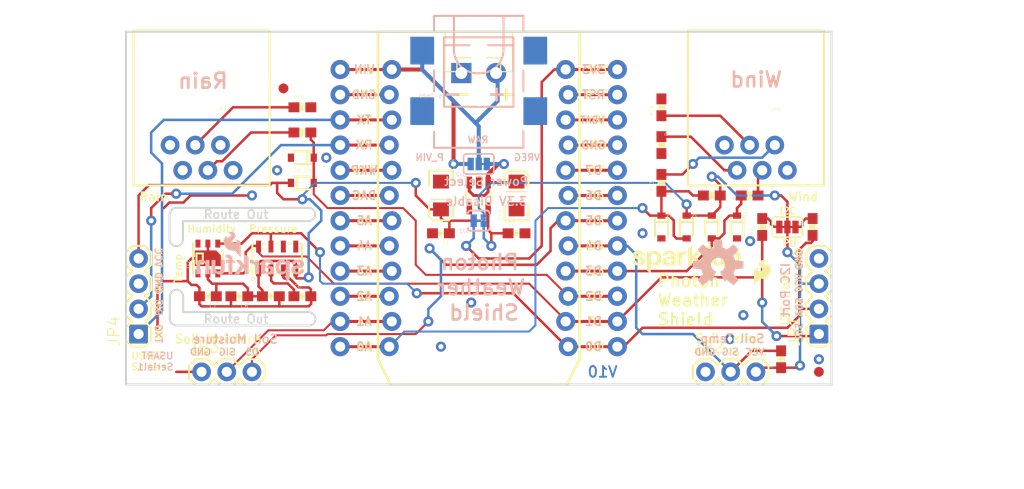
<source format=kicad_pcb>
(kicad_pcb (version 20211014) (generator pcbnew)
  (layers (0 "F.Cu" signal) (31 "B.Cu" signal) (34 "B.Paste" user) (35 "F.Paste" user) (36 "B.SilkS" user "B.Silkscreen") (37 "F.SilkS" user "F.Silkscreen") (38 "B.Mask" user) (39 "F.Mask" user) (44 "Edge.Cuts" user))
  (net 0 "")
  (net 1 "GND")
  (net 2 "RAW")
  (net 3 "3.3V")
  (net 4 "SCL")
  (net 5 "SDA")
  (net 6 "INT-PRESSURE")
  (net 7 "N$5")
  (net 8 "RAIN")
  (net 9 "WSPEED")
  (net 10 "WDIR")
  (net 11 "RAIN2")
  (net 12 "RAIN5")
  (net 13 "N$2")
  (net 14 "N$1")
  (net 15 "N$4")
  (net 16 "N$11")
  (net 17 "N$12")
  (net 18 "N$13")
  (net 19 "SOIL_TEMP")
  (net 20 "SOIL_MOIST")
  (net 21 "N$3")
  (net 22 "N$6")
  (net 23 "PHOTON_VIN")
  (net 24 "VREG")
  (net 25 "N$7")
  (net 26 "SOIL_MOIST_POWER")
  (net 27 "TXO")
  (net 28 "RXI")
  (footprint "boardEagle:SOD-323" (layer "F.Cu") (at 166.9161 106.9086 -90)
    (fp_text reference "D8")
    (fp_text value "250mA/100V")
  )
  (footprint "boardEagle:LGA8" (layer "F.Cu") (at 128.1811 110.0836 90)
    (fp_text reference "U3")
    (fp_text value "MPL3115A2LGA8")
  )
  (footprint "boardEagle:CREATIVE_COMMONS" (layer "F.Cu") (at 120.5611 132.9436)
    (fp_text reference "FRAME1" hide)
    (fp_text value "FRAME-LETTER" hide)
  )
  (footprint "boardEagle:FIDUCIAL-1X2" (layer "F.Cu") (at 128.8161 92.9386)
    (fp_text reference "FID2" hide)
    (fp_text value "FIDUCIAL1X2" hide)
  )
  (footprint "boardEagle:0603-CAP" (layer "F.Cu") (at 144.6911 107.5436 180)
    (fp_text reference "C1")
    (fp_text value "1.0uF")
  )
  (footprint "boardEagle:0603-CAP" (layer "F.Cu") (at 152.3111 107.5436)
    (fp_text reference "C2")
    (fp_text value "0.1uF")
  )
  (footprint "boardEagle:RJ11-6" (layer "F.Cu") (at 120.5611 92.3036 180)
    (fp_text reference "JP7")
    (fp_text value "RJ11")
  )
  (footprint "boardEagle:0603-RES" (layer "F.Cu") (at 166.9161 98.6536 -90)
    (fp_text reference "R15")
    (fp_text value "1K")
  )
  (footprint "boardEagle:SOD-323" (layer "F.Cu") (at 130.7211 99.9236 180)
    (fp_text reference "D6")
    (fp_text value "250mA/100V")
  )
  (footprint "boardEagle:0603-RES" (layer "F.Cu") (at 178.9811 120.2436 90)
    (fp_text reference "R1")
    (fp_text value "4.7K")
  )
  (footprint "boardEagle:1X04" (layer "F.Cu") (at 114.2111 117.7036 90)
    (fp_text reference "JP4")
    (fp_text value "Serial1 Port")
  )
  (footprint "boardEagle:0603-RES" (layer "F.Cu") (at 175.8061 103.7336)
    (fp_text reference "R14")
    (fp_text value "1K")
  )
  (footprint "boardEagle:0603-CAP" (layer "F.Cu") (at 124.3711 113.8936 180)
    (fp_text reference "C8")
    (fp_text value "1.0uF")
  )
  (footprint "boardEagle:SOD-323" (layer "F.Cu") (at 171.9961 106.9086 -90)
    (fp_text reference "D9")
    (fp_text value "250mA/100V")
  )
  (footprint "boardEagle:EIA3216" (layer "F.Cu") (at 152.3111 103.7336 90)
    (fp_text reference "C13")
    (fp_text value "10uF")
  )
  (footprint "boardEagle:SOT23-5" (layer "F.Cu") (at 148.5011 103.7336 180)
    (fp_text reference "U1")
    (fp_text value "3.3V MIC5205")
  )
  (footprint "boardEagle:0603-CAP" (layer "F.Cu") (at 121.1961 113.8936 180)
    (fp_text reference "C7")
    (fp_text value "0.1uF")
  )
  (footprint "boardEagle:0603-RES" (layer "F.Cu") (at 166.9161 94.8436 90)
    (fp_text reference "R16")
    (fp_text value "1K")
  )
  (footprint "boardEagle:1X03" (layer "F.Cu") (at 120.5611 121.5136)
    (fp_text reference "JP3")
    (fp_text value "Soil Moisture")
  )
  (footprint "boardEagle:SOD-323" (layer "F.Cu") (at 174.5361 106.9086 -90)
    (fp_text reference "D10")
    (fp_text value "250mA/100V")
  )
  (footprint "boardEagle:FIDUCIAL-1X2" (layer "F.Cu") (at 182.7911 121.5136)
    (fp_text reference "FID1" hide)
    (fp_text value "FIDUCIAL1X2" hide)
  )
  (footprint "boardEagle:0603-RES" (layer "F.Cu") (at 166.9161 102.4636 90)
    (fp_text reference "R13")
    (fp_text value "1K")
  )
  (footprint "boardEagle:RJ11-6" (layer "F.Cu") (at 176.4411 92.3036 180)
    (fp_text reference "JP8")
    (fp_text value "RJ11")
  )
  (footprint "boardEagle:PAD-JUMPER-3-3OF3_NC_BY_TRACE_YES_SILK_FULL_BOX" (layer "F.Cu") (at 179.6161 106.9086 180)
    (fp_text reference "SJ1")
    (fp_text value "")
  )
  (footprint "boardEagle:SFE_LOGO_NAME_.1" (layer "F.Cu") (at 163.4871 112.1156)
    (fp_text reference "LOGO2" hide)
    (fp_text value "SFE_LOGO_NAME.1_INCH" hide)
  )
  (footprint "boardEagle:0603-CAP" (layer "F.Cu") (at 130.7211 113.8936)
    (fp_text reference "C6")
    (fp_text value "0.1uF")
  )
  (footprint "boardEagle:0603-CAP" (layer "F.Cu") (at 127.5461 113.8936)
    (fp_text reference "C5")
    (fp_text value "0.1uF")
  )
  (footprint "boardEagle:0603-RES" (layer "F.Cu") (at 177.0761 106.9086 90)
    (fp_text reference "R3")
    (fp_text value "10K")
  )
  (footprint "boardEagle:EIA3216" (layer "F.Cu") (at 144.6911 103.7336 -90)
    (fp_text reference "C14")
    (fp_text value "10uF")
  )
  (footprint "boardEagle:SOD-323" (layer "F.Cu") (at 169.4561 106.9086 -90)
    (fp_text reference "D7")
    (fp_text value "250mA/100V")
  )
  (footprint "boardEagle:0603-RES" (layer "F.Cu") (at 171.9961 103.7336 180)
    (fp_text reference "R17")
    (fp_text value "4.7K")
  )
  (footprint "boardEagle:HTU21D" (layer "F.Cu") (at 121.1961 110.0836 90)
    (fp_text reference "U2")
    (fp_text value "HTU21D")
  )
  (footprint "boardEagle:0603-RES" (layer "F.Cu") (at 130.7211 97.3836 180)
    (fp_text reference "R11")
    (fp_text value "1K")
  )
  (footprint "boardEagle:0603-RES" (layer "F.Cu") (at 182.1561 106.9086 90)
    (fp_text reference "R2")
    (fp_text value "10K")
  )
  (footprint "boardEagle:SPARK_PHOTON_TEMPLATE_WIDE_LOCKING" (layer "F.Cu") (at 138.3411 122.7836)
    (fp_text reference "JP9" hide)
    (fp_text value "PHOTON_TEMPLATE_WIDE_LOCKING" hide)
  )
  (footprint "boardEagle:0603-RES" (layer "F.Cu") (at 130.7211 94.8436)
    (fp_text reference "R12")
    (fp_text value "1K")
  )
  (footprint "boardEagle:SOD-323" (layer "F.Cu") (at 130.7211 102.4636)
    (fp_text reference "D5")
    (fp_text value "250mA/100V")
  )
  (footprint "boardEagle:SFE_LOGO_FLAME_.1" (layer "F.Cu") (at 175.9331 113.1316)
    (fp_text reference "U$3" hide)
    (fp_text value "" hide)
  )
  (footprint "boardEagle:1X03" (layer "F.Cu") (at 171.3611 121.5136)
    (fp_text reference "JP2")
    (fp_text value "Soil/Water Temp")
  )
  (footprint "boardEagle:1X04" (layer "F.Cu") (at 182.7911 117.7036 90)
    (fp_text reference "JP1")
    (fp_text value "I2C Port")
  )
  (footprint "boardEagle:OSHW-LOGO-M" (layer "B.Cu") (at 172.6311 110.7186 180)
    (fp_text reference "LOGO1" hide)
    (fp_text value "OSHW-LOGOM" hide)
  )
  (footprint "boardEagle:POWER_JACK_SMD" (layer "B.Cu") (at 148.5011 89.1286 -90)
    (fp_text reference "JP5-DNP0" hide)
    (fp_text value "5.5x2.1mm Barrel" hide)
  )
  (footprint "boardEagle:SCREWTERMINAL-3.5MM-2" (layer "B.Cu") (at 146.7485 91.3892)
    (fp_text reference "JP6-DNP0")
    (fp_text value "")
  )
  (footprint "boardEagle:SFE_LOGO_NAME_FLAME_.1" (layer "B.Cu") (at 131.3561 112.5982 180)
    (fp_text reference "U$1" hide)
    (fp_text value "" hide)
  )
  (footprint "boardEagle:PAD-JUMPER-3-2OF3_NC_BY_TRACE_YES_SILK_FULL_BOX" (layer "B.Cu") (at 148.5011 100.5586)
    (fp_text reference "SJ2")
    (fp_text value "")
  )
  (footprint "boardEagle:PAD-JUMPER-2-NC_BY_TRACE_YES_SILK" (layer "B.Cu") (at 148.5011 106.2736)
    (fp_text reference "SJ3")
    (fp_text value "")
  )
  (gr_line (start 120.6881 110.5916) (end 120.6881 109.5756) (layer "F.SilkS") (width 0.2032))
  (gr_line (start 120.0531 109.5756) (end 120.0531 110.5916) (layer "F.SilkS") (width 0.2032))
  (gr_line (start 120.0531 110.5916) (end 120.6881 110.5916) (layer "F.SilkS") (width 0.2032))
  (gr_line (start 120.6881 109.5756) (end 120.0531 109.5756) (layer "F.SilkS") (width 0.2032))
  (gr_line (start 117.3607 116.1288) (end 117.3607 113.919) (layer "Edge.Cuts") (width 0.2032))
  (gr_line (start 112.9411 122.7836) (end 112.9411 87.2236) (layer "Edge.Cuts") (width 0.2032))
  (gr_line (start 118.6815 108.1786) (end 118.6815 106.3244) (layer "Edge.Cuts") (width 0.2032))
  (gr_line (start 131.4069 116.84) (end 118.0719 116.84) (layer "Edge.Cuts") (width 0.2032))
  (gr_line (start 131.3815 104.9782) (end 118.0465 104.9782) (layer "Edge.Cuts") (width 0.2032))
  (gr_arc (start 132.0165 105.6132) (mid 131.808194 106.116094) (end 131.3053 106.3244) (layer "Edge.Cuts") (width 0.2032))
  (gr_line (start 118.7069 115.4938) (end 131.3307 115.4938) (layer "Edge.Cuts") (width 0.2032))
  (gr_arc (start 118.0719 116.84) (mid 117.569006 116.631694) (end 117.3607 116.1288) (layer "Edge.Cuts") (width 0.2032))
  (gr_arc (start 132.0419 116.205) (mid 131.855913 116.654013) (end 131.4069 116.84) (layer "Edge.Cuts") (width 0.2032))
  (gr_line (start 117.3353 105.6894) (end 117.3353 108.1532) (layer "Edge.Cuts") (width 0.2032))
  (gr_line (start 118.6815 106.3244) (end 131.3053 106.3244) (layer "Edge.Cuts") (width 0.2032))
  (gr_arc (start 118.0465 113.2332) (mid 118.518734 113.439327) (end 118.7069 113.919) (layer "Edge.Cuts") (width 0.2032))
  (gr_arc (start 131.3307 115.4938) (mid 131.833594 115.702106) (end 132.0419 116.205) (layer "Edge.Cuts") (width 0.2032))
  (gr_arc (start 131.3815 104.9782) (mid 131.830513 105.164187) (end 132.0165 105.6132) (layer "Edge.Cuts") (width 0.2032))
  (gr_line (start 184.0611 87.2236) (end 184.0611 122.7836) (layer "Edge.Cuts") (width 0.2032))
  (gr_line (start 112.9411 87.2236) (end 184.0611 87.2236) (layer "Edge.Cuts") (width 0.2032))
  (gr_arc (start 118.0211 108.839) (mid 117.536166 108.638134) (end 117.3353 108.1532) (layer "Edge.Cuts") (width 0.2032))
  (gr_arc (start 117.3353 105.6894) (mid 117.543606 105.186506) (end 118.0465 104.9782) (layer "Edge.Cuts") (width 0.2032))
  (gr_line (start 112.9411 122.7836) (end 184.0611 122.7836) (layer "Edge.Cuts") (width 0.2032))
  (gr_arc (start 117.3607 113.919) (mid 117.561566 113.434066) (end 118.0465 113.2332) (layer "Edge.Cuts") (width 0.2032))
  (gr_arc (start 118.6815 108.1786) (mid 118.488073 108.645573) (end 118.0211 108.839) (layer "Edge.Cuts") (width 0.2032))
  (gr_line (start 118.7069 113.919) (end 118.7069 115.4938) (layer "Edge.Cuts") (width 0.2032))
  (gr_text "V10" (at 162.5981 122.1486) (layer "B.Cu") (effects (font (size 1.0795 1.0795) (thickness 0.1905)) (justify left bottom mirror)))
  (gr_text "SIG" (at 124.0663 119.9134) (layer "B.SilkS") (effects (font (size 0.69088 0.69088) (thickness 0.12192)) (justify left bottom mirror)))
  (gr_text "Weather" (at 153.3271 113.8936) (layer "B.SilkS") (effects (font (size 1.5113 1.5113) (thickness 0.2667)) (justify left bottom mirror)))
  (gr_text "TXO" (at 115.8113 118.7196 -90) (layer "B.SilkS") (effects (font (size 0.69088 0.69088) (thickness 0.12192)) (justify left bottom mirror)))
  (gr_text "RAW" (at 149.5425 98.5266) (layer "B.SilkS") (effects (font (size 0.69088 0.69088) (thickness 0.12192)) (justify left bottom mirror)))
  (gr_text "SIG" (at 174.7647 119.9134) (layer "B.SilkS") (effects (font (size 0.69088 0.69088) (thickness 0.12192)) (justify left bottom mirror)))
  (gr_text "VCC" (at 181.1909 111.506 -270) (layer "B.SilkS") (effects (font (size 0.69088 0.69088) (thickness 0.12192)) (justify left bottom mirror)))
  (gr_text "3.3V Disable" (at 153.4541 104.8258) (layer "B.SilkS") (effects (font (size 0.8636 0.8636) (thickness 0.1524)) (justify left bottom mirror)))
  (gr_text "VREG" (at 154.7495 100.3046) (layer "B.SilkS") (effects (font (size 0.69088 0.69088) (thickness 0.12192)) (justify left bottom mirror)))
  (gr_text "SCL" (at 181.1909 116.4844 -270) (layer "B.SilkS") (effects (font (size 0.69088 0.69088) (thickness 0.12192)) (justify left bottom mirror)))
  (gr_text "Rain" (at 123.3551 93.0656) (layer "B.SilkS") (effects (font (size 1.5113 1.5113) (thickness 0.2667)) (justify left bottom mirror)))
  (gr_text "Soil Moisture" (at 128.3335 118.7196) (layer "B.SilkS") (effects (font (size 0.8636 0.8636) (thickness 0.1524)) (justify left bottom mirror)))
  (gr_text "Soil Temp" (at 177.4063 118.6688) (layer "B.SilkS") (effects (font (size 0.8636 0.8636) (thickness 0.1524)) (justify left bottom mirror)))
  (gr_text "GND" (at 181.1909 109.0676 -270) (layer "B.SilkS") (effects (font (size 0.69088 0.69088) (thickness 0.12192)) (justify left bottom mirror)))
  (gr_text "VCC" (at 115.7859 111.0488 -90) (layer "B.SilkS") (effects (font (size 0.69088 0.69088) (thickness 0.12192)) (justify left bottom mirror)))
  (gr_text "+" (at 151.4221 94.3356) (layer "B.SilkS") (effects (font (size 1.5113 1.5113) (thickness 0.2667)) (justify left bottom mirror)))
  (gr_text "-" (at 146.9771 94.3356) (layer "B.SilkS") (effects (font (size 1.5113 1.5113) (thickness 0.2667)) (justify left bottom mirror)))
  (gr_text "I2C Port" (at 179.9209 110.4392 -270) (layer "B.SilkS") (effects (font (size 0.8636 0.8636) (thickness 0.1524)) (justify left bottom mirror)))
  (gr_text "GND" (at 121.5771 119.9134) (layer "B.SilkS") (effects (font (size 0.69088 0.69088) (thickness 0.12192)) (justify left bottom mirror)))
  (gr_text "USART\nSerial1" (at 117.7925 121.412) (layer "B.SilkS") (effects (font (size 0.69088 0.69088) (thickness 0.12192)) (justify left bottom mirror)))
  (gr_text "GND" (at 172.4279 119.9134) (layer "B.SilkS") (effects (font (size 0.69088 0.69088) (thickness 0.12192)) (justify left bottom mirror)))
  (gr_text "VCC" (at 177.3809 119.9134) (layer "B.SilkS") (effects (font (size 0.69088 0.69088) (thickness 0.12192)) (justify left bottom mirror)))
  (gr_text "GND" (at 115.8113 113.6396 -90) (layer "B.SilkS") (effects (font (size 0.69088 0.69088) (thickness 0.12192)) (justify left bottom mirror)))
  (gr_text "SDA" (at 181.2163 113.9444 -270) (layer "B.SilkS") (effects (font (size 0.69088 0.69088) (thickness 0.12192)) (justify left bottom mirror)))
  (gr_text "Power Select" (at 153.6065 102.8192) (layer "B.SilkS") (effects (font (size 0.8636 0.8636) (thickness 0.1524)) (justify left bottom mirror)))
  (gr_text "Photon" (at 152.6921 111.3536) (layer "B.SilkS") (effects (font (size 1.5113 1.5113) (thickness 0.2667)) (justify left bottom mirror)))
  (gr_text "Shield" (at 152.6921 116.4336) (layer "B.SilkS") (effects (font (size 1.5113 1.5113) (thickness 0.2667)) (justify left bottom mirror)))
  (gr_text "D5" (at 126.4031 119.9134) (layer "B.SilkS") (effects (font (size 0.69088 0.69088) (thickness 0.12192)) (justify left bottom mirror)))
  (gr_text "P_VIN" (at 145.0721 100.3046) (layer "B.SilkS") (effects (font (size 0.69088 0.69088) (thickness 0.12192)) (justify left bottom mirror)))
  (gr_text "Wind" (at 179.2351 92.9386) (layer "B.SilkS") (effects (font (size 1.5113 1.5113) (thickness 0.2667)) (justify left bottom mirror)))
  (gr_text "RXI" (at 115.8113 115.951 -90) (layer "B.SilkS") (effects (font (size 0.69088 0.69088) (thickness 0.12192)) (justify left bottom mirror)))
  (gr_text "SDA" (at 181.1909 116.0272 90) (layer "F.SilkS") (effects (font (size 0.69088 0.69088) (thickness 0.12192)) (justify left bottom)))
  (gr_text "Wind" (at 179.6161 104.3686) (layer "F.SilkS") (effects (font (size 0.8636 0.8636) (thickness 0.1524)) (justify left bottom)))
  (gr_text "VCC" (at 115.7859 108.9914 270) (layer "F.SilkS") (effects (font (size 0.69088 0.69088) (thickness 0.12192)) (justify left bottom)))
  (gr_text "USART\nSerial1" (at 113.4237 121.412) (layer "F.SilkS") (effects (font (size 0.69088 0.69088) (thickness 0.12192)) (justify left bottom)))
  (gr_text "GND" (at 181.1909 111.1504 90) (layer "F.SilkS") (effects (font (size 0.69088 0.69088) (thickness 0.12192)) (justify left bottom)))
  (gr_text "VCC" (at 175.5013 119.9134) (layer "F.SilkS") (effects (font (size 0.69088 0.69088) (thickness 0.12192)) (justify left bottom)))
  (gr_text "SCL" (at 181.1909 118.5672 90) (layer "F.SilkS") (effects (font (size 0.69088 0.69088) (thickness 0.12192)) (justify left bottom)))
  (gr_text "Temp" (at 118.6561 112.6236 90) (layer "F.SilkS") (effects (font (size 0.75565 0.75565) (thickness 0.13335)) (justify left bottom)))
  (gr_text "D5" (at 125.0823 119.9134) (layer "F.SilkS") (effects (font (size 0.69088 0.69088) (thickness 0.12192)) (justify left bottom)))
  (gr_text "PU" (at 179.0573 108.9406) (layer "F.SilkS") (effects (font (size 0.69088 0.69088) (thickness 0.12192)) (justify left bottom)))
  (gr_text "Humidity" (at 119.0371 107.5436) (layer "F.SilkS") (effects (font (size 0.75565 0.75565) (thickness 0.13335)) (justify left bottom)))
  (gr_text "Soil Moisture" (at 117.7925 118.7196) (layer "F.SilkS") (effects (font (size 0.8636 0.8636) (thickness 0.1524)) (justify left bottom)))
  (gr_text "VCC" (at 181.1909 113.5634 90) (layer "F.SilkS") (effects (font (size 0.69088 0.69088) (thickness 0.12192)) (justify left bottom)))
  (gr_text "Pressure" (at 125.2601 107.5436) (layer "F.SilkS") (effects (font (size 0.75565 0.75565) (thickness 0.13335)) (justify left bottom)))
  (gr_text "RXI" (at 115.8113 114.0968 270) (layer "F.SilkS") (effects (font (size 0.69088 0.69088) (thickness 0.12192)) (justify left bottom)))
  (gr_text "Rain" (at 114.2111 104.3686) (layer "F.SilkS") (effects (font (size 0.8636 0.8636) (thickness 0.1524)) (justify left bottom)))
  (gr_text "GND" (at 115.8113 111.5568 270) (layer "F.SilkS") (effects (font (size 0.69088 0.69088) (thickness 0.12192)) (justify left bottom)))
  (gr_text "Photon\nWeather\nShield" (at 166.4081 116.9416) (layer "F.SilkS") (effects (font (size 1.20904 1.20904) (thickness 0.21336)) (justify left bottom)))
  (gr_text "SIG" (at 122.2375 119.9134) (layer "F.SilkS") (effects (font (size 0.69088 0.69088) (thickness 0.12192)) (justify left bottom)))
  (gr_text "TXO" (at 115.8113 116.6368 270) (layer "F.SilkS") (effects (font (size 0.69088 0.69088) (thickness 0.12192)) (justify left bottom)))
  (gr_text "Soil Temp" (at 170.2181 118.6434) (layer "F.SilkS") (effects (font (size 0.8636 0.8636) (thickness 0.1524)) (justify left bottom)))
  (gr_text "I2C Port" (at 179.9209 116.9416 90) (layer "F.SilkS") (effects (font (size 0.8636 0.8636) (thickness 0.1524)) (justify left bottom)))
  (gr_text "-" (at 145.7071 94.3356) (layer "F.SilkS") (effects (font (size 1.5113 1.5113) (thickness 0.2667)) (justify left bottom)))
  (gr_text "GND" (at 170.2943 119.9134) (layer "F.SilkS") (effects (font (size 0.69088 0.69088) (thickness 0.12192)) (justify left bottom)))
  (gr_text "SIG" (at 173.0375 119.9134) (layer "F.SilkS") (effects (font (size 0.69088 0.69088) (thickness 0.12192)) (justify left bottom)))
  (gr_text "+" (at 150.1521 94.3356) (layer "F.SilkS") (effects (font (size 1.5113 1.5113) (thickness 0.2667)) (justify left bottom)))
  (gr_text "I2C" (at 178.7525 105.6894) (layer "F.SilkS") (effects (font (size 0.69088 0.69088) (thickness 0.12192)) (justify left bottom)))
  (gr_text "GND" (at 119.4943 119.9134) (layer "F.SilkS") (effects (font (size 0.69088 0.69088) (thickness 0.12192)) (justify left bottom)))
  (gr_text "Route Out" (at 120.6881 116.6876) (layer "Edge.Cuts") (effects (font (size 0.8636 0.8636) (thickness 0.1524)) (justify left bottom)))
  (gr_text "Route Out" (at 120.6881 106.1466) (layer "Edge.Cuts") (effects (font (size 0.8636 0.8636) (thickness 0.1524)) (justify left bottom)))
  (segment (start 121.1961 110.0836) (end 121.1961 108.5836) (width 0.254) (layer "F.Cu") (net 1))
  (segment (start 120.3461 113.8936) (end 120.3461 114.6946) (width 0.254) (layer "F.Cu") (net 1))
  (segment (start 116.1161 112.8776) (end 116.1161 117.0686) (width 0.254) (layer "F.Cu") (net 1))
  (segment (start 131.3561 114.9096) (end 131.6101 114.6556) (width 0.254) (layer "F.Cu") (net 1))
  (segment (start 128.8061 111.9786) (end 128.9431 112.1156) (width 0.254) (layer "F.Cu") (net 1))
  (segment (start 119.1641 112.3696) (end 119.1641 110.4646) (width 0.254) (layer "F.Cu") (net 1))
  (segment (start 131.6101 113.9326) (end 131.5711 113.8936) (width 0.254) (layer "F.Cu") (net 1))
  (segment (start 131.5711 113.1942) (end 131.5711 113.8936) (width 0.254) (layer "F.Cu") (net 1))
  (segment (start 119.4435 103.7336) (end 118.7323 104.4448) (width 0.254) (layer "F.Cu") (net 1))
  (segment (start 120.5611 114.9096) (end 123.5211 114.9096) (width 0.254) (layer "F.Cu") (net 1))
  (segment (start 128.3961 113.8936) (end 128.3961 114.9096) (width 0.254) (layer "F.Cu") (net 1))
  (segment (start 120.3461 113.8936) (end 120.3461 113.0436) (width 0.254) (layer "F.Cu") (net 1))
  (segment (start 118.7323 104.4448) (end 117.3099 104.4448) (width 0.254) (layer "F.Cu") (net 1))
  (segment (start 120.3461 113.0436) (end 120.0531 112.7506) (width 0.254) (layer "F.Cu") (net 1))
  (segment (start 131.6101 114.6556) (end 131.6101 113.9326) (width 0.254) (layer "F.Cu") (net 1))
  (segment (start 123.5211 113.8936) (end 123.5211 114.9096) (width 0.254) (layer "F.Cu") (net 1))
  (segment (start 117.3099 104.4448) (end 116.7511 105.0036) (width 0.254) (layer "F.Cu") (net 1))
  (segment (start 119.1641 112.3696) (end 116.6241 112.3696) (width 0.254) (layer "F.Cu") (net 1))
  (segment (start 130.3401 113.0046) (end 129.4511 112.1156) (width 0.254) (layer "F.Cu") (net 1))
  (segment (start 131.5711 113.1942) (end 131.3815 113.0046) (width 0.254) (layer "F.Cu") (net 1))
  (segment (start 120.5611 121.5136) (end 118.0211 121.5136) (width 0.254) (layer "F.Cu") (net 1))
  (segment (start 125.6411 103.7336) (end 119.4435 103.7336) (width 0.254) (layer "F.Cu") (net 1))
  (segment (start 123.5211 114.9096) (end 128.3961 114.9096) (width 0.254) (layer "F.Cu") (net 1))
  (segment (start 119.5451 112.7506) (end 119.1641 112.3696) (width 0.254) (layer "F.Cu") (net 1))
  (segment (start 119.5451 110.0836) (end 121.1961 110.0836) (width 0.254) (layer "F.Cu") (net 1))
  (segment (start 120.0531 112.7506) (end 119.5451 112.7506) (width 0.254) (layer "F.Cu") (net 1))
  (segment (start 128.9431 112.1156) (end 129.4511 112.1156) (width 0.254) (layer "F.Cu") (net 1))
  (segment (start 131.3815 113.0046) (end 130.3401 113.0046) (width 0.254) (layer "F.Cu") (net 1))
  (segment (start 116.6241 112.3696) (end 116.1161 112.8776) (width 0.254) (layer "F.Cu") (net 1))
  (segment (start 128.8061 111.2836) (end 128.8061 111.9786) (width 0.254) (layer "F.Cu") (net 1))
  (segment (start 119.1641 110.4646) (end 119.5451 110.0836) (width 0.254) (layer "F.Cu") (net 1))
  (segment (start 128.3961 114.9096) (end 131.3561 114.9096) (width 0.254) (layer "F.Cu") (net 1))
  (segment (start 120.3461 114.6946) (end 120.5611 114.9096) (width 0.254) (layer "F.Cu") (net 1))
  (via (at 133.1341 99.9236) (size 1.016) (drill 0.508) (layers "F.Cu" "B.Cu") (net 1))
  (via (at 144.6911 118.9736) (size 1.016) (drill 0.508) (layers "F.Cu" "B.Cu") (net 1))
  (via (at 165.0111 107.5436) (size 1.016) (drill 0.508) (layers "F.Cu" "B.Cu") (net 1))
  (via (at 147.7391 114.5286) (size 1.016) (drill 0.508) (layers "F.Cu" "B.Cu") (net 1))
  (via (at 125.6411 103.7336) (size 1.016) (drill 0.508) (layers "F.Cu" "B.Cu") (net 1))
  (via (at 128.1811 101.1936) (size 1.016) (drill 0.508) (layers "F.Cu" "B.Cu") (net 1))
  (via (at 173.8249 118.2116) (size 1.016) (drill 0.508) (layers "F.Cu" "B.Cu") (net 1))
  (via (at 175.1711 115.7986) (size 1.016) (drill 0.508) (layers "F.Cu" "B.Cu") (net 1))
  (via (at 175.8569 108.331) (size 1.016) (drill 0.508) (layers "F.Cu" "B.Cu") (net 1))
  (via (at 182.7911 120.2436) (size 1.016) (drill 0.508) (layers "F.Cu" "B.Cu") (net 1))
  (segment (start 148.5011 96.7486) (end 148.5011 100.5586) (width 0.4064) (layer "B.Cu") (net 2))
  (segment (start 150.4061 94.2086) (end 150.4061 91.5468) (width 0.4064) (layer "B.Cu") (net 2))
  (segment (start 142.8011 91.0186) (end 142.7861 91.0336) (width 0.4064) (layer "B.Cu") (net 2))
  (segment (start 142.7861 91.0336) (end 148.1836 96.4311) (width 0.4064) (layer "B.Cu") (net 2))
  (segment (start 150.4061 94.2086) (end 148.1836 96.4311) (width 0.4064) (layer "B.Cu") (net 2))
  (segment (start 142.8011 89.1286) (end 142.8011 91.0186) (width 0.4064) (layer "B.Cu") (net 2))
  (segment (start 150.4061 91.5468) (end 150.2485 91.3892) (width 0.4064) (layer "B.Cu") (net 2))
  (segment (start 148.1836 96.4311) (end 148.5011 96.7486) (width 0.4064) (layer "B.Cu") (net 2))
  (segment (start 126.6961 113.8936) (end 126.6961 113.2976) (width 0.254) (layer "F.Cu") (net 3))
  (segment (start 179.6161 104.3686) (end 178.9811 103.7336) (width 0.254) (layer "F.Cu") (net 3))
  (segment (start 121.6279 112.6236) (end 122.0461 112.6236) (width 0.254) (layer "F.Cu") (net 3))
  (segment (start 149.7711 107.5436) (end 151.4611 107.5436) (width 0.254) (layer "F.Cu") (net 3))
  (segment (start 130.0561 111.2836) (end 130.0561 111.984) (width 0.254) (layer "F.Cu") (net 3))
  (segment (start 143.5511 105.1336) (end 144.6911 105.1336) (width 0.254) (layer "F.Cu") (net 3))
  (segment (start 171.9961 101.8286) (end 172.8461 102.6786) (width 0.254) (layer "F.Cu") (net 3))
  (segment (start 172.8461 102.6786) (end 172.8461 103.7336) (width 0.254) (layer "F.Cu") (net 3))
  (segment (start 121.6279 112.6236) (end 121.1961 112.1918) (width 0.254) (layer "F.Cu") (net 3))
  (segment (start 126.2761 111.2536) (end 126.3061 111.2836) (width 0.254) (layer "F.Cu") (net 3))
  (segment (start 178.9811 103.7336) (end 178.3461 103.7336) (width 0.254) (layer "F.Cu") (net 3))
  (segment (start 142.1511 103.7336) (end 143.5511 105.1336) (width 0.254) (layer "F.Cu") (net 3))
  (segment (start 176.8611 121.0936) (end 176.4411 121.5136) (width 0.254) (layer "F.Cu") (net 3))
  (segment (start 115.2525 102.6922) (end 114.2111 103.7336) (width 0.254) (layer "F.Cu") (net 3))
  (segment (start 179.6161 106.9086) (end 179.6161 104.3686) (width 0.254) (layer "F.Cu") (net 3))
  (segment (start 125.2211 113.8936) (end 126.6961 113.8936) (width 0.254) (layer "F.Cu") (net 3))
  (segment (start 122.0461 112.6236) (end 122.0461 113.8936) (width 0.254) (layer "F.Cu") (net 3))
  (segment (start 145.5411 106.2736) (end 145.5411 107.5436) (width 0.254) (layer "F.Cu") (net 3))
  (segment (start 171.9961 105.7586) (end 169.4561 105.7586) (width 0.254) (layer "F.Cu") (net 3))
  (segment (start 149.4511 107.2236) (end 149.7711 107.5436) (width 0.254) (layer "F.Cu") (net 3))
  (segment (start 121.1961 111.5836) (end 121.1961 112.1918) (width 0.254) (layer "F.Cu") (net 3))
  (segment (start 179.6161 109.4486) (end 179.6161 106.9086) (width 0.254) (layer "F.Cu") (net 3))
  (segment (start 149.4511 105.0337) (end 149.4511 106.2736) (width 0.254) (layer "F.Cu") (net 3))
  (segment (start 128.1811 102.4636) (end 127.6731 102.4636) (width 0.254) (layer "F.Cu") (net 3))
  (segment (start 127.4445 102.6922) (end 115.2525 102.6922) (width 0.254) (layer "F.Cu") (net 3))
  (segment (start 149.4511 106.2736) (end 149.4511 107.2236) (width 0.254) (layer "F.Cu") (net 3))
  (segment (start 126.6961 113.2976) (end 126.3061 112.9076) (width 0.254) (layer "F.Cu") (net 3))
  (segment (start 169.4561 105.7586) (end 169.4561 104.6226) (width 0.254) (layer "F.Cu") (net 3))
  (segment (start 126.5301 110.3376) (end 126.2761 110.5916) (width 0.254) (layer "F.Cu") (net 3))
  (segment (start 126.3061 111.2836) (end 126.3061 112.9076) (width 0.254) (layer "F.Cu") (net 3))
  (segment (start 128.1811 103.4796) (end 128.8161 104.1146) (width 0.254) (layer "F.Cu") (net 3))
  (segment (start 122.0461 113.8936) (end 122.0461 113.6006) (width 0.254) (layer "F.Cu") (net 3))
  (segment (start 144.6911 106.0196) (end 144.9451 106.2736) (width 0.254) (layer "F.Cu") (net 3))
  (segment (start 142.1511 102.4636) (end 142.1511 103.7336) (width 0.254) (layer "F.Cu") (net 3))
  (segment (start 149.7711 108.8136) (end 149.7711 107.5436) (width 0.254) (layer "F.Cu") (net 3))
  (segment (start 130.0561 111.984) (end 130.1623 112.0902) (width 0.254) (layer "F.Cu") (net 3))
  (segment (start 151.4611 107.5436) (end 151.4983 107.5808) (width 0.254) (layer "F.Cu") (net 3))
  (segment (start 130.0561 110.5616) (end 129.8321 110.3376) (width 0.254) (layer "F.Cu") (net 3))
  (segment (start 125.2211 113.0926) (end 125.2211 113.8936) (width 0.254) (layer "F.Cu") (net 3))
  (segment (start 129.5711 102.4636) (end 128.1811 102.4636) (width 0.254) (layer "F.Cu") (net 3))
  (segment (start 130.0561 111.2836) (end 130.0561 110.5616) (width 0.254) (layer "F.Cu") (net 3))
  (segment (start 172.8461 103.7336) (end 172.8461 104.9086) (width 0.254) (layer "F.Cu") (net 3))
  (segment (start 122.0461 112.6236) (end 124.7521 112.6236) (width 0.254) (layer "F.Cu") (net 3))
  (segment (start 114.2111 110.0836) (end 114.2111 103.7336) (width 0.254) (layer "F.Cu") (net 3))
  (segment (start 144.9451 106.2736) (end 145.5411 106.2736) (width 0.254) (layer "F.Cu") (net 3))
  (segment (start 172.8461 104.9086) (end 171.9961 105.7586) (width 0.254) (layer "F.Cu") (net 3))
  (segment (start 124.7521 112.6236) (end 125.2211 113.0926) (width 0.254) (layer "F.Cu") (net 3))
  (segment (start 126.5301 110.3376) (end 129.8321 110.3376) (width 0.254) (layer "F.Cu") (net 3))
  (segment (start 122.0461 113.8936) (end 122.0461 113.0436) (width 0.254) (layer "F.Cu") (net 3))
  (segment (start 149.4511 106.2736) (end 145.5411 106.2736) (width 0.254) (layer "F.Cu") (net 3))
  (segment (start 178.9811 121.0936) (end 180.6711 121.0936) (width 0.254) (layer "F.Cu") (net 3))
  (segment (start 128.1811 102.4636) (end 128.1811 103.4796) (width 0.254) (layer "F.Cu") (net 3))
  (segment (start 128.8161 104.1146) (end 130.7211 104.1146) (width 0.254) (layer "F.Cu") (net 3))
  (segment (start 126.2761 110.5916) (end 126.2761 111.2536) (width 0.254) (layer "F.Cu") (net 3))
  (segment (start 127.6731 102.4636) (end 127.4445 102.6922) (width 0.254) (layer "F.Cu") (net 3))
  (segment (start 144.6911 105.1336) (end 144.6911 106.0196) (width 0.254) (layer "F.Cu") (net 3))
  (segment (start 180.6711 121.0936) (end 180.8861 120.8786) (width 0.254) (layer "F.Cu") (net 3))
  (segment (start 130.0861 111.3136) (end 130.0561 111.2836) (width 0.254) (layer "F.Cu") (net 3))
  (segment (start 178.9811 121.0936) (end 176.8611 121.0936) (width 0.254) (layer "F.Cu") (net 3))
  (segment (start 131.2545 112.0902) (end 131.3561 111.9886) (width 0.254) (layer "F.Cu") (net 3))
  (segment (start 130.1623 112.0902) (end 131.2545 112.0902) (width 0.254) (layer "F.Cu") (net 3))
  (via (at 149.7711 108.8136) (size 1.016) (drill 0.508) (layers "F.Cu" "B.Cu") (net 3))
  (via (at 171.9961 101.8286) (size 1.016) (drill 0.508) (layers "F.Cu" "B.Cu") (net 3))
  (via (at 179.6161 109.4486) (size 1.016) (drill 0.508) (layers "F.Cu" "B.Cu") (net 3))
  (via (at 130.7211 104.1146) (size 1.016) (drill 0.508) (layers "F.Cu" "B.Cu") (net 3))
  (via (at 142.1511 102.4636) (size 1.016) (drill 0.508) (layers "F.Cu" "B.Cu") (net 3))
  (via (at 178.3461 103.7336) (size 1.016) (drill 0.508) (layers "F.Cu" "B.Cu") (net 3))
  (via (at 180.8861 120.8786) (size 1.016) (drill 0.508) (layers "F.Cu" "B.Cu") (net 3))
  (via (at 131.3561 111.9886) (size 1.016) (drill 0.508) (layers "F.Cu" "B.Cu") (net 3))
  (via (at 169.4561 104.6226) (size 1.016) (drill 0.508) (layers "F.Cu" "B.Cu") (net 3))
  (segment (start 167.2971 102.4636) (end 149.7711 102.4636) (width 0.2032) (layer "B.Cu") (net 3))
  (segment (start 174.5361 103.7336) (end 172.6311 101.8286) (width 0.254) (layer "B.Cu") (net 3))
  (segment (start 149.0091 106.2736) (end 149.0091 108.0516) (width 0.254) (layer "B.Cu") (net 3))
  (segment (start 132.6261 106.2736) (end 131.3561 107.5436) (width 0.254) (layer "B.Cu") (net 3))
  (segment (start 149.0091 106.2736) (end 149.0091 105.5116) (width 0.2032) (layer "B.Cu") (net 3))
  (segment (start 149.7711 102.4636) (end 148.5011 103.7336) (width 0.2032) (layer "B.Cu") (net 3))
  (segment (start 172.6311 101.8286) (end 171.9961 101.8286) (width 0.254) (layer "B.Cu") (net 3))
  (segment (start 182.7911 112.6236) (end 180.8861 112.6236) (width 0.254) (layer "B.Cu") (net 3))
  (segment (start 180.8861 120.8786) (end 180.8861 112.6236) (width 0.254) (layer "B.Cu") (net 3))
  (segment (start 149.0091 105.5116) (end 148.5011 105.0036) (width 0.2032) (layer "B.Cu") (net 3))
  (segment (start 169.4561 104.6226) (end 167.2971 102.4636) (width 0.2032) (layer "B.Cu") (net 3))
  (segment (start 131.4831 104.1146) (end 130.7211 104.1146) (width 0.254) (layer "B.Cu") (net 3))
  (segment (start 132.6261 105.2576) (end 131.4831 104.1146) (width 0.254) (layer "B.Cu") (net 3))
  (segment (start 131.3561 107.5436) (end 131.3561 111.9886) (width 0.254) (layer "B.Cu") (net 3))
  (segment (start 131.9911 102.4636) (end 130.7211 103.7336) (width 0.2032) (layer "B.Cu") (net 3))
  (segment (start 132.6261 105.2576) (end 132.6261 106.2736) (width 0.254) (layer "B.Cu") (net 3))
  (segment (start 131.9911 102.4636) (end 142.1511 102.4636) (width 0.2032) (layer "B.Cu") (net 3))
  (segment (start 130.7211 103.7336) (end 130.7211 104.1146) (width 0.2032) (layer "B.Cu") (net 3))
  (segment (start 180.8861 112.6236) (end 180.8861 110.7186) (width 0.254) (layer "B.Cu") (net 3))
  (segment (start 149.0091 108.0516) (end 149.7711 108.8136) (width 0.254) (layer "B.Cu") (net 3))
  (segment (start 178.3461 103.7336) (end 174.5361 103.7336) (width 0.254) (layer "B.Cu") (net 3))
  (segment (start 180.8861 110.7186) (end 179.6161 109.4486) (width 0.254) (layer "B.Cu") (net 3))
  (segment (start 148.5011 103.7336) (end 148.5011 105.0036) (width 0.2032) (layer "B.Cu") (net 3))
  (segment (start 126.7079 109.8804) (end 131.1529 109.8804) (width 0.2032) (layer "F.Cu") (net 4))
  (segment (start 182.7911 117.7036) (end 182.5879 117.9068) (width 0.254) (layer "F.Cu") (net 4))
  (segment (start 125.0061 109.4486) (end 125.6411 108.8136) (width 0.254) (layer "F.Cu") (net 4))
  (segment (start 177.0761 114.5286) (end 177.0761 111.9886) (width 0.254) (layer "F.Cu") (net 4))
  (segment (start 126.3061 108.8836) (end 126.3061 109.4786) (width 0.254) (layer "F.Cu") (net 4))
  (segment (start 157.2641 116.4336) (end 157.3911 116.4336) (width 0.2032) (layer "F.Cu") (net 4))
  (segment (start 157.3911 116.4336) (end 153.5811 112.6236) (width 0.2032) (layer "F.Cu") (net 4))
  (segment (start 126.3061 109.4786) (end 126.7079 109.8804) (width 0.2032) (layer "F.Cu") (net 4))
  (segment (start 177.0761 111.9886) (end 166.9161 111.9886) (width 0.254) (layer "F.Cu") (net 4))
  (segment (start 125.0061 111.3536) (end 125.0061 109.4486) (width 0.254) (layer "F.Cu") (net 4))
  (segment (start 125.6411 108.8136) (end 126.2361 108.8136) (width 0.254) (layer "F.Cu") (net 4))
  (segment (start 177.0761 111.9886) (end 177.0761 107.7586) (width 0.254) (layer "F.Cu") (net 4))
  (segment (start 133.8961 112.6236) (end 153.5811 112.6236) (width 0.2032) (layer "F.Cu") (net 4))
  (segment (start 166.9161 111.9886) (end 162.4711 116.4336) (width 0.254) (layer "F.Cu") (net 4))
  (segment (start 126.2361 108.8136) (end 126.3061 108.8836) (width 0.254) (layer "F.Cu") (net 4))
  (segment (start 124.7761 111.5836) (end 125.0061 111.3536) (width 0.254) (layer "F.Cu") (net 4))
  (segment (start 182.5879 117.9068) (end 178.5239 117.9068) (width 0.254) (layer "F.Cu") (net 4))
  (segment (start 122.1961 111.5836) (end 124.7761 111.5836) (width 0.254) (layer "F.Cu") (net 4))
  (segment (start 131.1529 109.8804) (end 133.8961 112.6236) (width 0.2032) (layer "F.Cu") (net 4))
  (via (at 177.0761 114.5286) (size 1.016) (drill 0.508) (layers "F.Cu" "B.Cu") (net 4))
  (via (at 178.5239 117.9068) (size 1.016) (drill 0.508) (layers "F.Cu" "B.Cu") (net 4))
  (segment (start 178.5239 117.9068) (end 177.0761 116.459) (width 0.254) (layer "B.Cu") (net 4))
  (segment (start 177.0761 114.5286) (end 177.0761 116.459) (width 0.254) (layer "B.Cu") (net 4))
  (segment (start 124.6011 108.5836) (end 125.6411 107.5436) (width 0.254) (layer "F.Cu") (net 5))
  (segment (start 163.1061 118.9736) (end 162.4711 118.9736) (width 0.254) (layer "F.Cu") (net 5))
  (segment (start 122.1961 108.5836) (end 124.6011 108.5836) (width 0.254) (layer "F.Cu") (net 5))
  (segment (start 180.8099 115.1636) (end 180.8099 115.8748) (width 0.254) (layer "F.Cu") (net 5))
  (segment (start 132.4991 109.4486) (end 130.5941 107.5436) (width 0.254) (layer "F.Cu") (net 5))
  (segment (start 181.4957 108.5088) (end 180.8099 109.1946) (width 0.254) (layer "F.Cu") (net 5))
  (segment (start 127.5461 108.8736) (end 127.5561 108.8836) (width 0.254) (layer "F.Cu") (net 5))
  (segment (start 182.0037 108.5088) (end 181.4957 108.5088) (width 0.254) (layer "F.Cu") (net 5))
  (segment (start 182.1561 108.3564) (end 182.0037 108.5088) (width 0.254) (layer "F.Cu") (net 5))
  (segment (start 127.5461 107.5436) (end 125.6411 107.5436) (width 0.254) (layer "F.Cu") (net 5))
  (segment (start 157.3911 118.9736) (end 157.5181 118.9736) (width 0.254) (layer "F.Cu") (net 5))
  (segment (start 157.3911 118.9736) (end 157.3657 118.9736) (width 0.254) (layer "F.Cu") (net 5))
  (segment (start 127.5461 108.8736) (end 127.5461 107.5436) (width 0.254) (layer "F.Cu") (net 5))
  (segment (start 151.9809 113.5888) (end 142.2527 113.5888) (width 0.254) (layer "F.Cu") (net 5))
  (segment (start 130.5941 107.5436) (end 127.5461 107.5436) (width 0.254) (layer "F.Cu") (net 5))
  (segment (start 165.0111 117.0686) (end 179.6161 117.0686) (width 0.254) (layer "F.Cu") (net 5))
  (segment (start 151.9809 113.5888) (end 157.3657 118.9736) (width 0.254) (layer "F.Cu") (net 5))
  (segment (start 163.1061 118.9736) (end 165.0111 117.0686) (width 0.254) (layer "F.Cu") (net 5))
  (segment (start 182.7911 115.1636) (end 180.8099 115.1636) (width 0.254) (layer "F.Cu") (net 5))
  (segment (start 182.1561 107.7586) (end 182.1561 108.3564) (width 0.254) (layer "F.Cu") (net 5))
  (segment (start 180.8099 115.8748) (end 179.6161 117.0686) (width 0.254) (layer "F.Cu") (net 5))
  (segment (start 180.8099 109.1946) (end 180.8099 115.1636) (width 0.254) (layer "F.Cu") (net 5))
  (via (at 142.2527 113.5888) (size 1.016) (drill 0.508) (layers "F.Cu" "B.Cu") (net 5))
  (via (at 132.4991 109.4486) (size 1.016) (drill 0.508) (layers "F.Cu" "B.Cu") (net 5))
  (segment (start 142.2527 113.5888) (end 141.2875 112.6236) (width 0.2032) (layer "B.Cu") (net 5))
  (segment (start 141.2875 112.6236) (end 132.7811 112.6236) (width 0.2032) (layer "B.Cu") (net 5))
  (segment (start 132.7811 112.6236) (end 132.4991 112.3416) (width 0.2032) (layer "B.Cu") (net 5))
  (segment (start 132.4991 112.3416) (end 132.4991 109.4486) (width 0.2032) (layer "B.Cu") (net 5))
  (segment (start 129.8711 113.2214) (end 129.8711 113.8936) (width 0.254) (layer "F.Cu") (net 7))
  (segment (start 127.8509 112.5982) (end 129.2479 112.5982) (width 0.254) (layer "F.Cu") (net 7))
  (segment (start 127.5715 112.3188) (end 127.8509 112.5982) (width 0.254) (layer "F.Cu") (net 7))
  (segment (start 127.5715 111.319) (end 127.5715 112.3188) (width 0.254) (layer "F.Cu") (net 7))
  (segment (start 129.8711 113.8936) (end 129.8711 113.4246) (width 0.254) (layer "F.Cu") (net 7))
  (segment (start 129.2479 112.5982) (end 129.8711 113.2214) (width 0.254) (layer "F.Cu") (net 7))
  (segment (start 127.5461 111.2936) (end 127.5715 111.319) (width 0.254) (layer "F.Cu") (net 7))
  (segment (start 127.5461 111.2936) (end 127.5561 111.2836) (width 0.254) (layer "F.Cu") (net 7))
  (segment (start 157.5181 113.8936) (end 157.3911 113.8936) (width 0.2032) (layer "F.Cu") (net 8))
  (segment (start 140.8811 105.0036) (end 133.2611 105.0036) (width 0.2032) (layer "F.Cu") (net 8))
  (segment (start 131.5711 98.1066) (end 131.5711 97.3836) (width 0.254) (layer "F.Cu") (net 8))
  (segment (start 131.8641 99.9166) (end 131.8641 98.3996) (width 0.254) (layer "F.Cu") (net 8))
  (segment (start 142.1511 106.2736) (end 142.1511 110.7186) (width 0.2032) (layer "F.Cu") (net 8))
  (segment (start 140.8811 105.0036) (end 142.1511 106.2736) (width 0.2032) (layer "F.Cu") (net 8))
  (segment (start 131.8711 103.6136) (end 131.8711 102.4636) (width 0.2032) (layer "F.Cu") (net 8))
  (segment (start 143.1671 111.7346) (end 142.1511 110.7186) (width 0.2032) (layer "F.Cu") (net 8))
  (segment (start 155.3591 111.7346) (end 157.5181 113.8936) (width 0.2032) (layer "F.Cu") (net 8))
  (segment (start 131.8711 102.4636) (end 131.8711 99.9236) (width 0.254) (layer "F.Cu") (net 8))
  (segment (start 155.3591 111.7346) (end 143.1671 111.7346) (width 0.2032) (layer "F.Cu") (net 8))
  (segment (start 131.8641 98.3996) (end 131.5711 98.1066) (width 0.254) (layer "F.Cu") (net 8))
  (segment (start 131.8711 99.9236) (end 131.8641 99.9166) (width 0.254) (layer "F.Cu") (net 8))
  (segment (start 133.2611 105.0036) (end 131.8711 103.6136) (width 0.2032) (layer "F.Cu") (net 8))
  (segment (start 173.7811 105.7586) (end 173.2661 106.2736) (width 0.254) (layer "F.Cu") (net 9))
  (segment (start 169.4561 111.3536) (end 171.9961 108.8136) (width 0.254) (layer "F.Cu") (net 9))
  (segment (start 173.2661 106.2736) (end 173.2661 107.5436) (width 0.254) (layer "F.Cu") (net 9))
  (segment (start 157.3911 111.3536) (end 157.2641 111.3536) (width 0.2032) (layer "F.Cu") (net 9))
  (segment (start 174.9561 104.5836) (end 174.5361 105.0036) (width 0.254) (layer "F.Cu") (net 9))
  (segment (start 171.9961 108.0586) (end 172.7511 108.0586) (width 0.254) (layer "F.Cu") (net 9))
  (segment (start 172.7511 108.0586) (end 173.2661 107.5436) (width 0.254) (layer "F.Cu") (net 9))
  (segment (start 174.9561 103.7336) (end 174.9561 104.5836) (width 0.254) (layer "F.Cu") (net 9))
  (segment (start 171.9961 108.8136) (end 171.9961 108.0586) (width 0.254) (layer "F.Cu") (net 9))
  (segment (start 174.5361 105.7586) (end 173.7811 105.7586) (width 0.254) (layer "F.Cu") (net 9))
  (segment (start 169.4561 111.3536) (end 162.4711 111.3536) (width 0.254) (layer "F.Cu") (net 9))
  (segment (start 174.5361 105.0036) (end 174.5361 105.7586) (width 0.254) (layer "F.Cu") (net 9))
  (segment (start 169.4377 108.077) (end 169.4561 108.0586) (width 0.254) (layer "F.Cu") (net 10))
  (segment (start 167.6711 105.7586) (end 168.1607 106.2482) (width 0.254) (layer "F.Cu") (net 10))
  (segment (start 168.4401 108.077) (end 169.4377 108.077) (width 0.254) (layer "F.Cu") (net 10))
  (segment (start 166.9161 103.3136) (end 169.6711 103.3136) (width 0.254) (layer "F.Cu") (net 10))
  (segment (start 166.9161 105.7586) (end 166.9161 105.7656) (width 0.254) (layer "F.Cu") (net 10))
  (segment (start 168.1607 107.7976) (end 168.4401 108.077) (width 0.254) (layer "F.Cu") (net 10))
  (segment (start 165.7661 105.7586) (end 165.0111 105.0036) (width 0.254) (layer "F.Cu") (net 10))
  (segment (start 170.0911 103.7336) (end 171.1461 103.7336) (width 0.254) (layer "F.Cu") (net 10))
  (segment (start 168.1607 106.2482) (end 168.1607 107.7976) (width 0.254) (layer "F.Cu") (net 10))
  (segment (start 167.6711 105.7586) (end 166.9161 105.7586) (width 0.254) (layer "F.Cu") (net 10))
  (segment (start 139.4841 118.9736) (end 139.6111 118.9736) (width 0.2032) (layer "F.Cu") (net 10))
  (segment (start 166.9161 105.7586) (end 165.7661 105.7586) (width 0.254) (layer "F.Cu") (net 10))
  (segment (start 169.6711 103.3136) (end 170.0911 103.7336) (width 0.254) (layer "F.Cu") (net 10))
  (segment (start 166.9161 105.7586) (end 166.9161 103.3136) (width 0.254) (layer "F.Cu") (net 10))
  (via (at 165.0111 105.0036) (size 1.016) (drill 0.508) (layers "F.Cu" "B.Cu") (net 10))
  (segment (start 155.4861 105.0036) (end 154.2161 106.2736) (width 0.2032) (layer "B.Cu") (net 10))
  (segment (start 154.2161 106.2736) (end 154.2161 116.8146) (width 0.2032) (layer "B.Cu") (net 10))
  (segment (start 153.5811 117.4496) (end 141.0081 117.4496) (width 0.2032) (layer "B.Cu") (net 10))
  (segment (start 141.0081 117.4496) (end 139.4841 118.9736) (width 0.2032) (layer "B.Cu") (net 10))
  (segment (start 153.5811 117.4496) (end 154.2161 116.8146) (width 0.2032) (layer "B.Cu") (net 10))
  (segment (start 165.0111 105.0036) (end 155.4861 105.0036) (width 0.2032) (layer "B.Cu") (net 10))
  (segment (start 166.9161 101.6136) (end 169.0361 101.6136) (width 0.254) (layer "F.Cu") (net 13))
  (segment (start 169.0361 101.6136) (end 170.0911 100.5586) (width 0.254) (layer "F.Cu") (net 13))
  (via (at 170.0911 100.5586) (size 1.016) (drill 0.508) (layers "F.Cu" "B.Cu") (net 13))
  (segment (start 177.0761 99.9236) (end 170.7261 99.9236) (width 0.254) (layer "B.Cu") (net 13))
  (segment (start 170.7261 99.9236) (end 170.0911 100.5586) (width 0.254) (layer "B.Cu") (net 13))
  (segment (start 178.3461 98.6536) (end 177.0761 99.9236) (width 0.254) (layer "B.Cu") (net 13))
  (segment (start 176.6561 103.7336) (end 176.6561 101.6136) (width 0.254) (layer "F.Cu") (net 14))
  (segment (start 176.6561 101.6136) (end 177.0761 101.1936) (width 0.254) (layer "F.Cu") (net 14))
  (segment (start 122.6411 100.2836) (end 122.1061 100.2836) (width 0.254) (layer "F.Cu") (net 15))
  (segment (start 125.5411 97.3836) (end 122.6411 100.2836) (width 0.254) (layer "F.Cu") (net 15))
  (segment (start 129.8711 97.3836) (end 125.5411 97.3836) (width 0.254) (layer "F.Cu") (net 15))
  (segment (start 122.1061 100.2836) (end 121.1961 101.1936) (width 0.254) (layer "F.Cu") (net 15))
  (segment (start 123.7361 94.8436) (end 119.9261 98.6536) (width 0.254) (layer "F.Cu") (net 16))
  (segment (start 129.8711 94.8436) (end 123.7361 94.8436) (width 0.254) (layer "F.Cu") (net 16))
  (segment (start 173.2661 101.1936) (end 169.8761 97.8036) (width 0.254) (layer "F.Cu") (net 17))
  (segment (start 166.9161 97.8036) (end 169.8761 97.8036) (width 0.254) (layer "F.Cu") (net 17))
  (segment (start 174.5361 101.1936) (end 173.2661 101.1936) (width 0.254) (layer "F.Cu") (net 17))
  (segment (start 172.8461 95.6936) (end 166.9161 95.6936) (width 0.254) (layer "F.Cu") (net 18))
  (segment (start 175.8061 98.6536) (end 172.8461 95.6936) (width 0.254) (layer "F.Cu") (net 18))
  (segment (start 176.0211 119.3936) (end 173.9011 121.5136) (width 0.254) (layer "F.Cu") (net 19))
  (segment (start 178.9811 119.3936) (end 176.0211 119.3936) (width 0.254) (layer "F.Cu") (net 19))
  (segment (start 157.5181 108.8136) (end 157.3911 108.8136) (width 0.254) (layer "F.Cu") (net 19))
  (segment (start 163.4871 108.8136) (end 162.4711 108.8136) (width 0.254) (layer "B.Cu") (net 19))
  (segment (start 164.3761 117.0686) (end 164.3761 109.7026) (width 0.254) (layer "B.Cu") (net 19))
  (segment (start 173.9011 121.5136) (end 170.0911 117.7036) (width 0.254) (layer "B.Cu") (net 19))
  (segment (start 170.0911 117.7036) (end 165.0111 117.7036) (width 0.254) (layer "B.Cu") (net 19))
  (segment (start 164.3761 109.7026) (end 163.4871 108.8136) (width 0.254) (layer "B.Cu") (net 19))
  (segment (start 165.0111 117.7036) (end 164.3761 117.0686) (width 0.254) (layer "B.Cu") (net 19))
  (segment (start 127.2921 117.3226) (end 123.1011 121.5136) (width 0.2032) (layer "F.Cu") (net 20))
  (segment (start 132.8801 117.3226) (end 127.2921 117.3226) (width 0.2032) (layer "F.Cu") (net 20))
  (segment (start 133.7691 116.4336) (end 132.8801 117.3226) (width 0.2032) (layer "F.Cu") (net 20))
  (segment (start 139.6111 116.4336) (end 139.7381 116.4336) (width 0.2032) (layer "F.Cu") (net 20))
  (segment (start 134.5311 116.4336) (end 133.7691 116.4336) (width 0.2032) (layer "F.Cu") (net 20))
  (segment (start 177.9651 106.3752) (end 177.9651 106.6292) (width 0.254) (layer "F.Cu") (net 21))
  (segment (start 178.2191 106.8832) (end 178.7779 106.8832) (width 0.254) (layer "F.Cu") (net 21))
  (segment (start 178.7779 106.8832) (end 178.8033 106.9086) (width 0.254) (layer "F.Cu") (net 21))
  (segment (start 177.0761 106.0586) (end 177.6485 106.0586) (width 0.254) (layer "F.Cu") (net 21))
  (segment (start 177.9651 106.6292) (end 178.2191 106.8832) (width 0.254) (layer "F.Cu") (net 21))
  (segment (start 177.6485 106.0586) (end 177.9651 106.3752) (width 0.254) (layer "F.Cu") (net 21))
  (segment (start 180.4543 106.8832) (end 180.4289 106.9086) (width 0.254) (layer "F.Cu") (net 22))
  (segment (start 181.1401 106.7562) (end 181.0131 106.8832) (width 0.254) (layer "F.Cu") (net 22))
  (segment (start 181.4567 106.0586) (end 181.1401 106.3752) (width 0.254) (layer "F.Cu") (net 22))
  (segment (start 182.1561 106.0586) (end 181.4567 106.0586) (width 0.254) (layer "F.Cu") (net 22))
  (segment (start 181.0131 106.8832) (end 180.4543 106.8832) (width 0.254) (layer "F.Cu") (net 22))
  (segment (start 181.1401 106.3752) (end 181.1401 106.7562) (width 0.254) (layer "F.Cu") (net 22))
  (segment (start 142.7861 91.0336) (end 139.7381 91.0336) (width 0.4064) (layer "F.Cu") (net 23))
  (segment (start 145.9611 100.5586) (end 145.9611 94.2086) (width 0.4064) (layer "F.Cu") (net 23))
  (segment (start 145.9611 94.2086) (end 142.7861 91.0336) (width 0.4064) (layer "F.Cu") (net 23))
  (segment (start 139.7381 91.0336) (end 139.6111 91.0336) (width 0.254) (layer "F.Cu") (net 23))
  (via (at 145.9611 100.5586) (size 1.016) (drill 0.508) (layers "F.Cu" "B.Cu") (net 23))
  (segment (start 147.6883 100.5586) (end 145.9611 100.5586) (width 0.4064) (layer "B.Cu") (net 23))
  (segment (start 152.3111 102.3336) (end 152.2112 102.4335) (width 0.3048) (layer "F.Cu") (net 24))
  (segment (start 147.5511 103.2916) (end 147.5511 102.4335) (width 0.3048) (layer "F.Cu") (net 24))
  (segment (start 152.2112 102.4335) (end 149.4511 102.4335) (width 0.3048) (layer "F.Cu") (net 24))
  (segment (start 151.0411 100.5586) (end 150.4823 100.5586) (width 0.4064) (layer "F.Cu") (net 24))
  (segment (start 149.4409 103.378) (end 149.0853 103.7336) (width 0.3048) (layer "F.Cu") (net 24))
  (segment (start 149.4409 101.6) (end 149.4409 102.4233) (width 0.4064) (layer "F.Cu") (net 24))
  (segment (start 149.4409 102.4233) (end 149.4511 102.4335) (width 0.4064) (layer "F.Cu") (net 24))
  (segment (start 147.9931 103.7336) (end 147.5511 103.2916) (width 0.3048) (layer "F.Cu") (net 24))
  (segment (start 149.4511 102.4335) (end 149.4409 102.4437) (width 0.3048) (layer "F.Cu") (net 24))
  (segment (start 149.4409 102.4437) (end 149.4409 103.378) (width 0.3048) (layer "F.Cu") (net 24))
  (segment (start 150.4823 100.5586) (end 149.4409 101.6) (width 0.4064) (layer "F.Cu") (net 24))
  (segment (start 149.0853 103.7336) (end 147.9931 103.7336) (width 0.3048) (layer "F.Cu") (net 24))
  (via (at 151.0411 100.5586) (size 1.016) (drill 0.508) (layers "F.Cu" "B.Cu") (net 24))
  (segment (start 149.3139 100.5586) (end 151.0411 100.5586) (width 0.4064) (layer "B.Cu") (net 24))
  (segment (start 157.2641 91.0336) (end 156.1211 91.0336) (width 0.254) (layer "F.Cu") (net 25))
  (segment (start 154.8511 108.8136) (end 154.8511 92.3036) (width 0.254) (layer "F.Cu") (net 25))
  (segment (start 157.3911 91.0336) (end 157.2641 91.0336) (width 0.254) (layer "F.Cu") (net 25))
  (segment (start 147.2311 108.8136) (end 148.5011 110.0836) (width 0.254) (layer "F.Cu") (net 25))
  (segment (start 148.5011 110.0836) (end 153.5811 110.0836) (width 0.254) (layer "F.Cu") (net 25))
  (segment (start 153.5811 110.0836) (end 154.8511 108.8136) (width 0.254) (layer "F.Cu") (net 25))
  (segment (start 154.8511 92.3036) (end 156.1211 91.0336) (width 0.254) (layer "F.Cu") (net 25))
  (via (at 147.2311 108.8136) (size 1.016) (drill 0.508) (layers "F.Cu" "B.Cu") (net 25))
  (segment (start 147.9931 106.2736) (end 147.9931 108.0516) (width 0.254) (layer "B.Cu") (net 25))
  (segment (start 147.9931 108.0516) (end 147.2311 108.8136) (width 0.254) (layer "B.Cu") (net 25))
  (segment (start 145.1991 110.7186) (end 154.3431 110.7186) (width 0.254) (layer "F.Cu") (net 26))
  (segment (start 155.7401 109.3216) (end 155.7401 107.0356) (width 0.254) (layer "F.Cu") (net 26))
  (segment (start 133.1341 117.8306) (end 128.0541 117.8306) (width 0.2032) (layer "F.Cu") (net 26))
  (segment (start 142.1511 117.7036) (end 133.2611 117.7036) (width 0.2032) (layer "F.Cu") (net 26))
  (segment (start 143.5481 109.0676) (end 145.1991 110.7186) (width 0.254) (layer "F.Cu") (net 26))
  (segment (start 157.2641 106.2736) (end 156.5021 106.2736) (width 0.254) (layer "F.Cu") (net 26))
  (segment (start 154.3431 110.7186) (end 155.7401 109.3216) (width 0.254) (layer "F.Cu") (net 26))
  (segment (start 128.0541 117.8306) (end 125.6411 120.2436) (width 0.2032) (layer "F.Cu") (net 26))
  (segment (start 155.7401 107.0356) (end 156.5021 106.2736) (width 0.254) (layer "F.Cu") (net 26))
  (segment (start 125.6411 120.2436) (end 125.6411 121.5136) (width 0.2032) (layer "F.Cu") (net 26))
  (segment (start 157.3911 106.2736) (end 157.2641 106.2736) (width 0.254) (layer "F.Cu") (net 26))
  (segment (start 142.1511 117.7036) (end 143.4211 116.4336) (width 0.2032) (layer "F.Cu") (net 26))
  (segment (start 133.2611 117.7036) (end 133.1341 117.8306) (width 0.2032) (layer "F.Cu") (net 26))
  (via (at 143.4211 116.4336) (size 1.016) (drill 0.508) (layers "F.Cu" "B.Cu") (net 26))
  (via (at 143.5481 109.0676) (size 1.016) (drill 0.508) (layers "F.Cu" "B.Cu") (net 26))
  (segment (start 143.4211 115.1636) (end 144.6911 113.8936) (width 0.254) (layer "B.Cu") (net 26))
  (segment (start 144.6911 113.8936) (end 144.6911 110.2106) (width 0.254) (layer "B.Cu") (net 26))
  (segment (start 144.6911 110.2106) (end 143.5481 109.0676) (width 0.254) (layer "B.Cu") (net 26))
  (segment (start 143.4211 116.4336) (end 143.4211 115.1636) (width 0.254) (layer "B.Cu") (net 26))
  (segment (start 139.6111 96.1136) (end 139.7381 96.1136) (width 0.2032) (layer "F.Cu") (net 27))
  (segment (start 116.7511 96.1136) (end 115.4811 97.3836) (width 0.254) (layer "B.Cu") (net 27))
  (segment (start 116.5733 100.5078) (end 116.5733 115.3414) (width 0.254) (layer "B.Cu") (net 27))
  (segment (start 114.2111 117.7036) (end 116.5733 115.3414) (width 0.254) (layer "B.Cu") (net 27))
  (segment (start 134.5311 96.1136) (end 116.7511 96.1136) (width 0.254) (layer "B.Cu") (net 27))
  (segment (start 116.5733 100.5078) (end 115.4811 99.4156) (width 0.254) (layer "B.Cu") (net 27))
  (segment (start 115.4811 99.4156) (end 115.4811 97.3836) (width 0.254) (layer "B.Cu") (net 27))
  (segment (start 115.4811 106.2736) (end 115.4811 105.0036) (width 0.254) (layer "F.Cu") (net 28))
  (segment (start 115.4811 105.0036) (end 116.9289 103.5558) (width 0.254) (layer "F.Cu") (net 28))
  (segment (start 116.9289 103.5558) (end 117.9957 103.5558) (width 0.254) (layer "F.Cu") (net 28))
  (segment (start 139.4841 98.6536) (end 139.6111 98.6536) (width 0.2032) (layer "F.Cu") (net 28))
  (via (at 117.9957 103.5558) (size 1.016) (drill 0.508) (layers "F.Cu" "B.Cu") (net 28))
  (via (at 115.4811 106.2736) (size 1.016) (drill 0.508) (layers "F.Cu" "B.Cu") (net 28))
  (segment (start 114.2111 115.1636) (end 115.4811 113.8936) (width 0.254) (layer "B.Cu") (net 28))
  (segment (start 115.4811 113.8936) (end 115.4811 106.2736) (width 0.254) (layer "B.Cu") (net 28))
  (segment (start 123.6599 103.5558) (end 128.5621 98.6536) (width 0.254) (layer "B.Cu") (net 28))
  (segment (start 117.9957 103.5558) (end 123.6599 103.5558) (width 0.254) (layer "B.Cu") (net 28))
  (segment (start 134.5311 98.6536) (end 128.5621 98.6536) (width 0.254) (layer "B.Cu") (net 28))
)
</source>
